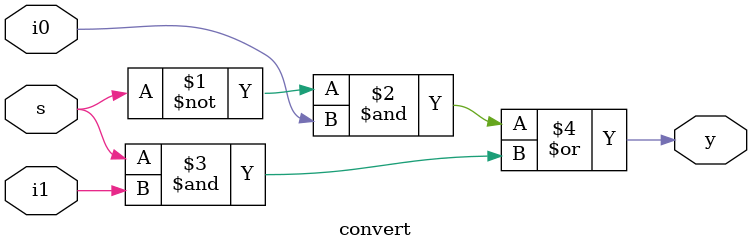
<source format=v>
`timescale 1ns / 1ps


module convert(
    input s,
    input i0,
    input i1,
    output y
    );
assign y=~s&i0 | s&i1;
endmodule

</source>
